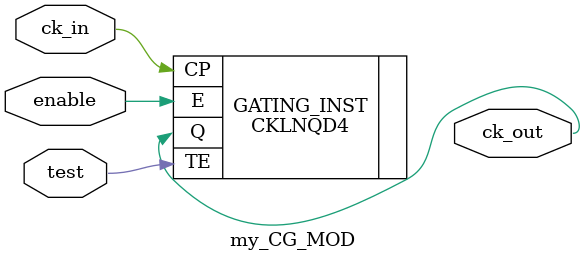
<source format=v>
`timescale 1ns / 1ps

// User defined clock gating module
// rc_lps_ug.pdf, p. 120

module my_CG_MOD (ck_in, enable,test,ck_out);

	input ck_in,enable,test;
	output ck_out;

//	wire tm_out, ck_inb;
//	reg enl;
//
//	assign tm_out = enable | test;
//	assign ck_inb = ~ck_in;
//	
//
//	always @ (ck_inb or tm_out)
//		if (ck_inb)
//			enl = tm_out;
//	
//	assign ck_out = ck_in & enl;

  //GCKESX4 GATING_INST(.E (enable), .CK (ck_in), .TE (test), .Q
  //     (ck_out));

  CKLNQD4 GATING_INST(.E (enable), .CP (ck_in), .TE (test), .Q (ck_out));

endmodule


</source>
